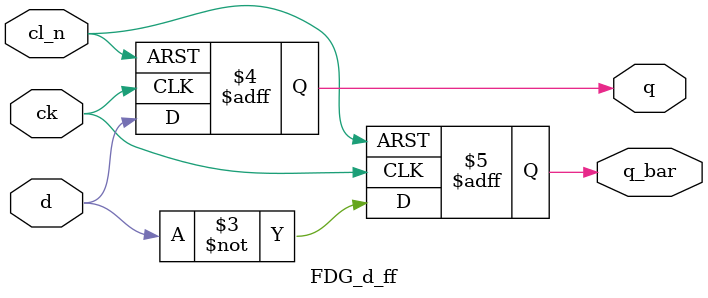
<source format=v>
module FDG_d_ff(
    input d,       // Data input
    input ck,      // Clock input
    input cl_n,    // Active-low clear
    output reg q,  // Q output
    output reg q_bar // Q-bar output
);

    // Define delays in nanoseconds
    localparam CK_TO_Q_DELAY = 5;      // Clock to Q delay
    localparam CK_TO_Q_BAR_DELAY = 5; // Clock to Q-bar delay
    localparam CLN_TO_Q_DELAY = 4;    // CL_N to Q delay (both edges)
    localparam CLN_TO_Q_BAR_DELAY = 4; // CL_N to Q-bar delay (both edges)

    // Flip-flop logic
    always @(posedge ck or negedge cl_n) begin
        if (!cl_n) begin
            // Asynchronous clear
            #(CLN_TO_Q_DELAY) q <= 0;          // Clear Q with delay
            #(CLN_TO_Q_BAR_DELAY) q_bar <= 1; // Set Q-bar with delay
        end else begin
            // Synchronous clock-triggered behavior
            #(CK_TO_Q_DELAY) q <= d;           // Clock to Q delay
            #(CK_TO_Q_BAR_DELAY) q_bar <= ~d;  // Clock to Q-bar delay
        end
    end

endmodule

</source>
